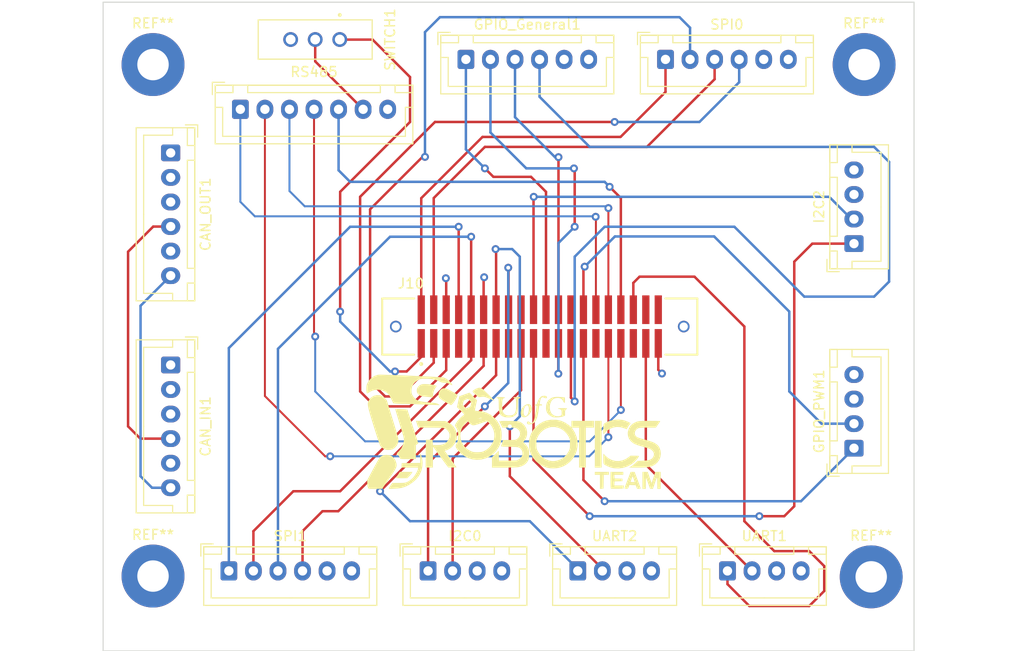
<source format=kicad_pcb>
(kicad_pcb (version 20211014) (generator pcbnew)
  (layers (0 "F.Cu" signal) (1 "In1.Cu" signal "GND.Cu") (2 "In2.Cu" signal "PWR.Cu") (31 "B.Cu" signal) (34 "B.Paste" user) (35 "F.Paste" user) (36 "B.SilkS" user "B.Silkscreen") (37 "F.SilkS" user "F.Silkscreen") (38 "B.Mask" user) (39 "F.Mask" user) (44 "Edge.Cuts" user))
  (net 0 "")
  (net 1 "SPI0_MOSI")
  (net 2 "SPI0_MISO")
  (net 3 "SPI0_SCK")
  (net 4 "SPI0_CS0#")
  (net 5 "+3.3V")
  (net 6 "GND")
  (net 7 "UART1_TX")
  (net 8 "UART1_RX")
  (net 9 "I2C0_SCL")
  (net 10 "I2C0_SDA")
  (net 11 "GPIO09")
  (net 12 "GPIO10")
  (net 13 "GPIO11")
  (net 14 "GPIO12")
  (net 15 "SPI1_MOSI")
  (net 16 "SPI1_MISO")
  (net 17 "SPI1_SCK")
  (net 18 "SPI1_CS0#")
  (net 19 "UART2_TX")
  (net 20 "UART2_RX")
  (net 21 "I2C2_SCL")
  (net 22 "I2C2_SDA")
  (net 23 "GPIO13")
  (net 24 "GPIO14")
  (net 25 "RXD+")
  (net 26 "RXD-")
  (net 27 "TXD+")
  (net 28 "TXD-")
  (net 29 "RTS")
  (net 30 "Net-(RS485-Pad6)")
  (net 31 "+5V")
  (net 32 "CANH")
  (net 33 "CANL")
  (footprint "Connector_JST:JST_XH_B6B-XH-A_1x06_P2.50mm_Vertical" (layer "F.Cu") (at 112.285 78.84 -90)
    (fp_text reference "CAN_OUT1" (at 6.25 -3.55 90) (layer "F.SilkS"))
    (fp_text value "Conn_02x03_Odd_Even")
    (pad "1" thru_hole roundrect (at 0 0 270) (size 1.7 1.95) (drill 0.95) (layers *.Cu *.Mask) (roundrect_rratio 0.1470588235) (net 6 "GND"))
    (pad "2" thru_hole oval (at 2.5 0 270) (size 1.7 1.95) (drill 0.95) (layers *.Cu *.Mask) (net 31 "+5V"))
    (pad "3" thru_hole oval (at 5 0 270) (size 1.7 1.95) (drill 0.95) (layers *.Cu *.Mask) (net 6 "GND"))
    (pad "4" thru_hole oval (at 7.5 0 270) (size 1.7 1.95) (drill 0.95) (layers *.Cu *.Mask) (net 32 "CANH"))
    (pad "5" thru_hole oval (at 10 0 270) (size 1.7 1.95) (drill 0.95) (layers *.Cu *.Mask) (net 6 "GND"))
    (pad "6" thru_hole oval (at 12.5 0 270) (size 1.7 1.95) (drill 0.95) (layers *.Cu *.Mask) (net 33 "CANL"))
  )
  (footprint "MountingHole:MountingHole_3.2mm_M3_Pad_TopBottom" (layer "F.Cu") (at 183.6 122)
    (fp_text reference "REF**" (at 0 -4.2) (layer "F.SilkS"))
    (fp_text value "MountingHole_3.2mm_M3_Pad_TopBottom")
    (pad "1" connect circle (at 0 0) (size 6.4 6.4) (layers "B.Cu" "B.Mask"))
    (pad "1" thru_hole circle (at 0 0) (size 3.6 3.6) (drill 3.2) (layers *.Cu *.Mask))
    (pad "1" connect circle (at 0 0) (size 6.4 6.4) (layers "F.Cu" "F.Mask"))
  )
  (footprint "Connector_JST:JST_XH_B4B-XH-A_1x04_P2.50mm_Vertical" (layer "F.Cu") (at 181.847 88.078 90)
    (fp_text reference "I2C2" (at 3.75 -3.55 90) (layer "F.SilkS"))
    (fp_text value "Conn_02x02_Odd_Even")
    (pad "1" thru_hole roundrect (at 0 0 90) (size 1.7 1.95) (drill 0.95) (layers *.Cu *.Mask) (roundrect_rratio 0.1470588235) (net 21 "I2C2_SCL"))
    (pad "2" thru_hole oval (at 2.5 0 90) (size 1.7 1.95) (drill 0.95) (layers *.Cu *.Mask) (net 22 "I2C2_SDA"))
    (pad "3" thru_hole oval (at 5 0 90) (size 1.7 1.95) (drill 0.95) (layers *.Cu *.Mask) (net 5 "+3.3V"))
    (pad "4" thru_hole oval (at 7.5 0 90) (size 1.7 1.95) (drill 0.95) (layers *.Cu *.Mask) (net 6 "GND"))
  )
  (footprint "Connector_JST:JST_XH_B7B-XH-A_1x07_P2.50mm_Vertical" (layer "F.Cu") (at 119.38 74.405)
    (fp_text reference "RS485" (at 7.5 -3.805) (layer "F.SilkS"))
    (fp_text value "Conn_01x06_Odd_Even")
    (pad "1" thru_hole roundrect (at 0 0) (size 1.7 1.95) (drill 0.95) (layers *.Cu *.Mask) (roundrect_rratio 0.1470588235) (net 25 "RXD+"))
    (pad "2" thru_hole oval (at 2.5 0) (size 1.7 1.95) (drill 0.95) (layers *.Cu *.Mask) (net 26 "RXD-"))
    (pad "3" thru_hole oval (at 5 0) (size 1.7 1.95) (drill 0.95) (layers *.Cu *.Mask) (net 27 "TXD+"))
    (pad "4" thru_hole oval (at 7.5 0) (size 1.7 1.95) (drill 0.95) (layers *.Cu *.Mask) (net 28 "TXD-"))
    (pad "5" thru_hole oval (at 10 0) (size 1.7 1.95) (drill 0.95) (layers *.Cu *.Mask) (net 29 "RTS"))
    (pad "6" thru_hole oval (at 12.5 0) (size 1.7 1.95) (drill 0.95) (layers *.Cu *.Mask) (net 30 "Net-(RS485-Pad6)"))
    (pad "7" thru_hole oval (at 15 0) (size 1.7 1.95) (drill 0.95) (layers *.Cu *.Mask) (net 6 "GND"))
  )
  (footprint "MountingHole:MountingHole_3.2mm_M3_Pad_TopBottom" (layer "F.Cu") (at 110.49 121.92)
    (fp_text reference "REF**" (at 0 -4.2) (layer "F.SilkS"))
    (fp_text value "MountingHole_3.2mm_M3_Pad_TopBottom")
    (pad "1" connect circle (at 0 0) (size 6.4 6.4) (layers "B.Cu" "B.Mask"))
    (pad "1" thru_hole circle (at 0 0) (size 3.6 3.6) (drill 3.2) (layers *.Cu *.Mask))
    (pad "1" connect circle (at 0 0) (size 6.4 6.4) (layers "F.Cu" "F.Mask"))
  )
  (footprint "Connector_JST:JST_XH_B4B-XH-A_1x04_P2.50mm_Vertical" (layer "F.Cu") (at 168.97 121.395)
    (fp_text reference "UART1" (at 3.75 -3.55) (layer "F.SilkS"))
    (fp_text value "Conn_02x02_Odd_Even")
    (pad "1" thru_hole roundrect (at 0 0) (size 1.7 1.95) (drill 0.95) (layers *.Cu *.Mask) (roundrect_rratio 0.1470588235) (net 7 "UART1_TX"))
    (pad "2" thru_hole oval (at 2.5 0) (size 1.7 1.95) (drill 0.95) (layers *.Cu *.Mask) (net 8 "UART1_RX"))
    (pad "3" thru_hole oval (at 5 0) (size 1.7 1.95) (drill 0.95) (layers *.Cu *.Mask) (net 5 "+3.3V"))
    (pad "4" thru_hole oval (at 7.5 0) (size 1.7 1.95) (drill 0.95) (layers *.Cu *.Mask) (net 6 "GND"))
  )
  (footprint "Connector_JST:JST_XH_B4B-XH-A_1x04_P2.50mm_Vertical" (layer "F.Cu") (at 181.847 108.906 90)
    (fp_text reference "GPIO_PWM1" (at 3.75 -3.55 90) (layer "F.SilkS"))
    (fp_text value "Conn_02x02_Odd_Even")
    (pad "1" thru_hole roundrect (at 0 0 90) (size 1.7 1.95) (drill 0.95) (layers *.Cu *.Mask) (roundrect_rratio 0.1470588235) (net 23 "GPIO13"))
    (pad "2" thru_hole oval (at 2.5 0 90) (size 1.7 1.95) (drill 0.95) (layers *.Cu *.Mask) (net 24 "GPIO14"))
    (pad "3" thru_hole oval (at 5 0 90) (size 1.7 1.95) (drill 0.95) (layers *.Cu *.Mask) (net 5 "+3.3V"))
    (pad "4" thru_hole oval (at 7.5 0 90) (size 1.7 1.95) (drill 0.95) (layers *.Cu *.Mask) (net 6 "GND"))
  )
  (footprint "MountingHole:MountingHole_3.2mm_M3_Pad_TopBottom" (layer "F.Cu") (at 182.88 69.85)
    (fp_text reference "REF**" (at 0 -4.2) (layer "F.SilkS"))
    (fp_text value "MountingHole_3.2mm_M3_Pad_TopBottom")
    (pad "1" connect circle (at 0 0) (size 6.4 6.4) (layers "B.Cu" "B.Mask"))
    (pad "1" thru_hole circle (at 0 0) (size 3.6 3.6) (drill 3.2) (layers *.Cu *.Mask))
    (pad "1" connect circle (at 0 0) (size 6.4 6.4) (layers "F.Cu" "F.Mask"))
  )
  (footprint "Connector_JST:JST_XH_B6B-XH-A_1x06_P2.50mm_Vertical" (layer "F.Cu") (at 118.21 121.395)
    (fp_text reference "SPI1" (at 6.25 -3.55) (layer "F.SilkS"))
    (fp_text value "Conn_02x03_Odd_Even")
    (pad "1" thru_hole roundrect (at 0 0) (size 1.7 1.95) (drill 0.95) (layers *.Cu *.Mask) (roundrect_rratio 0.1470588235) (net 15 "SPI1_MOSI"))
    (pad "2" thru_hole oval (at 2.5 0) (size 1.7 1.95) (drill 0.95) (layers *.Cu *.Mask) (net 16 "SPI1_MISO"))
    (pad "3" thru_hole oval (at 5 0) (size 1.7 1.95) (drill 0.95) (layers *.Cu *.Mask) (net 17 "SPI1_SCK"))
    (pad "4" thru_hole oval (at 7.5 0) (size 1.7 1.95) (drill 0.95) (layers *.Cu *.Mask) (net 18 "SPI1_CS0#"))
    (pad "5" thru_hole oval (at 10 0) (size 1.7 1.95) (drill 0.95) (layers *.Cu *.Mask) (net 5 "+3.3V"))
    (pad "6" thru_hole oval (at 12.5 0) (size 1.7 1.95) (drill 0.95) (layers *.Cu *.Mask) (net 6 "GND"))
  )
  (footprint "kicad-logo:uofgroboticslogo" (layer "F.Cu") (at 147.2 107.2)
    (fp_text reference "G***" hide)
    (fp_text value "LOGO" hide)
  )
  (footprint "EG1218:SW_EG1218" (layer "F.Cu") (at 127 67.3 180)
    (fp_text reference "SWITCH1" (at -7.62 0 270) (layer "F.SilkS"))
    (fp_text value "EG1218")
    (pad "1" thru_hole circle locked (at -2.5 0 180) (size 1.508 1.508) (drill 1) (layers *.Cu *.Mask) (net 31 "+5V"))
    (pad "2" thru_hole circle locked (at 0 0 180) (size 1.508 1.508) (drill 1) (layers *.Cu *.Mask) (net 30 "Net-(RS485-Pad6)"))
    (pad "3" thru_hole circle locked (at 2.5 0 180) (size 1.508 1.508) (drill 1) (layers *.Cu *.Mask) (net 5 "+3.3V"))
  )
  (footprint "Connector_JST:JST_XH_B6B-XH-A_1x06_P2.50mm_Vertical" (layer "F.Cu") (at 142.34 69.325)
    (fp_text reference "GPIO_General1" (at 6.25 -3.55) (layer "F.SilkS"))
    (fp_text value "Conn_02x03_Odd_Even")
    (pad "1" thru_hole roundrect (at 0 0) (size 1.7 1.95) (drill 0.95) (layers *.Cu *.Mask) (roundrect_rratio 0.1470588235) (net 11 "GPIO09"))
    (pad "2" thru_hole oval (at 2.5 0) (size 1.7 1.95) (drill 0.95) (layers *.Cu *.Mask) (net 12 "GPIO10"))
    (pad "3" thru_hole oval (at 5 0) (size 1.7 1.95) (drill 0.95) (layers *.Cu *.Mask) (net 13 "GPIO11"))
    (pad "4" thru_hole oval (at 7.5 0) (size 1.7 1.95) (drill 0.95) (layers *.Cu *.Mask) (net 14 "GPIO12"))
    (pad "5" thru_hole oval (at 10 0) (size 1.7 1.95) (drill 0.95) (layers *.Cu *.Mask) (net 5 "+3.3V"))
    (pad "6" thru_hole oval (at 12.5 0) (size 1.7 1.95) (drill 0.95) (layers *.Cu *.Mask) (net 6 "GND"))
  )
  (footprint "Connector_JST:JST_XH_B6B-XH-A_1x06_P2.50mm_Vertical" (layer "F.Cu") (at 162.66 69.325)
    (fp_text reference "SPI0" (at 6.25 -3.55) (layer "F.SilkS"))
    (fp_text value "Conn_02x03_Odd_Even")
    (pad "1" thru_hole roundrect (at 0 0) (size 1.7 1.95) (drill 0.95) (layers *.Cu *.Mask) (roundrect_rratio 0.1470588235) (net 1 "SPI0_MOSI"))
    (pad "2" thru_hole oval (at 2.5 0) (size 1.7 1.95) (drill 0.95) (layers *.Cu *.Mask) (net 2 "SPI0_MISO"))
    (pad "3" thru_hole oval (at 5 0) (size 1.7 1.95) (drill 0.95) (layers *.Cu *.Mask) (net 3 "SPI0_SCK"))
    (pad "4" thru_hole oval (at 7.5 0) (size 1.7 1.95) (drill 0.95) (layers *.Cu *.Mask) (net 4 "SPI0_CS0#"))
    (pad "5" thru_hole oval (at 10 0) (size 1.7 1.95) (drill 0.95) (layers *.Cu *.Mask) (net 5 "+3.3V"))
    (pad "6" thru_hole oval (at 12.5 0) (size 1.7 1.95) (drill 0.95) (layers *.Cu *.Mask) (net 6 "GND"))
  )
  (footprint "MountingHole:MountingHole_3.2mm_M3_Pad_TopBottom" (layer "F.Cu") (at 110.49 69.85)
    (fp_text reference "REF**" (at 0 -4.2) (layer "F.SilkS"))
    (fp_text value "MountingHole_3.2mm_M3_Pad_TopBottom")
    (pad "1" connect circle (at 0 0) (size 6.4 6.4) (layers "B.Cu" "B.Mask"))
    (pad "1" thru_hole circle (at 0 0) (size 3.6 3.6) (drill 3.2) (layers *.Cu *.Mask))
    (pad "1" connect circle (at 0 0) (size 6.4 6.4) (layers "F.Cu" "F.Mask"))
  )
  (footprint "Connector_JST:JST_XH_B6B-XH-A_1x06_P2.50mm_Vertical" (layer "F.Cu") (at 112.285 100.43 -90)
    (fp_text reference "CAN_IN1" (at 6.25 -3.55 90) (layer "F.SilkS"))
    (fp_text value "Conn_02x03_Odd_Even")
    (pad "1" thru_hole roundrect (at 0 0 270) (size 1.7 1.95) (drill 0.95) (layers *.Cu *.Mask) (roundrect_rratio 0.1470588235) (net 6 "GND"))
    (pad "2" thru_hole oval (at 2.5 0 270) (size 1.7 1.95) (drill 0.95) (layers *.Cu *.Mask) (net 31 "+5V"))
    (pad "3" thru_hole oval (at 5 0 270) (size 1.7 1.95) (drill 0.95) (layers *.Cu *.Mask) (net 6 "GND"))
    (pad "4" thru_hole oval (at 7.5 0 270) (size 1.7 1.95) (drill 0.95) (layers *.Cu *.Mask) (net 32 "CANH"))
    (pad "5" thru_hole oval (at 10 0 270) (size 1.7 1.95) (drill 0.95) (layers *.Cu *.Mask) (net 6 "GND"))
    (pad "6" thru_hole oval (at 12.5 0 270) (size 1.7 1.95) (drill 0.95) (layers *.Cu *.Mask) (net 33 "CANL"))
  )
  (footprint "Connector_JST:JST_XH_B4B-XH-A_1x04_P2.50mm_Vertical" (layer "F.Cu") (at 138.49 121.395)
    (fp_text reference "I2C0" (at 3.75 -3.55) (layer "F.SilkS"))
    (fp_text value "Conn_02x02_Odd_Even")
    (pad "1" thru_hole roundrect (at 0 0) (size 1.7 1.95) (drill 0.95) (layers *.Cu *.Mask) (roundrect_rratio 0.1470588235) (net 9 "I2C0_SCL"))
    (pad "2" thru_hole oval (at 2.5 0) (size 1.7 1.95) (drill 0.95) (layers *.Cu *.Mask) (net 10 "I2C0_SDA"))
    (pad "3" thru_hole oval (at 5 0) (size 1.7 1.95) (drill 0.95) (layers *.Cu *.Mask) (net 5 "+3.3V"))
    (pad "4" thru_hole oval (at 7.5 0) (size 1.7 1.95) (drill 0.95) (layers *.Cu *.Mask) (net 6 "GND"))
  )
  (footprint "Connector_JST:JST_XH_B4B-XH-A_1x04_P2.50mm_Vertical" (layer "F.Cu") (at 153.73 121.395)
    (fp_text reference "UART2" (at 3.75 -3.55) (layer "F.SilkS"))
    (fp_text value "Conn_02x02_Odd_Even")
    (pad "1" thru_hole roundrect (at 0 0) (size 1.7 1.95) (drill 0.95) (layers *.Cu *.Mask) (roundrect_rratio 0.1470588235) (net 19 "UART2_TX"))
    (pad "2" thru_hole oval (at 2.5 0) (size 1.7 1.95) (drill 0.95) (layers *.Cu *.Mask) (net 20 "UART2_RX"))
    (pad "3" thru_hole oval (at 5 0) (size 1.7 1.95) (drill 0.95) (layers *.Cu *.Mask) (net 5 "+3.3V"))
    (pad "4" thru_hole oval (at 7.5 0) (size 1.7 1.95) (drill 0.95) (layers *.Cu *.Mask) (net 6 "GND"))
  )
  (footprint "TFM-120-02-L-D-WT-K-TR:SAMTEC_TFM-120-02-L-D-WT-K-TR" (layer "F.Cu") (at 149.86 96.52)
    (fp_text reference "J10" (at -13.115 -4.385) (layer "F.SilkS"))
    (fp_text value "TFM-120-02-L-D-WT-K-TR")
    (pad "01" smd rect locked (at -12.065 1.715) (size 0.74 2.92) (layers "F.Cu" "F.Paste" "F.Mask") (net 31 "+5V"))
    (pad "02" smd rect locked (at -12.065 -1.715) (size 0.74 2.92) (layers "F.Cu" "F.Paste" "F.Mask") (net 1 "SPI0_MOSI"))
    (pad "03" smd rect locked (at -10.795 1.715) (size 0.74 2.92) (layers "F.Cu" "F.Paste" "F.Mask") (net 2 "SPI0_MISO"))
    (pad "04" smd rect locked (at -10.795 -1.715) (size 0.74 2.92) (layers "F.Cu" "F.Paste" "F.Mask") (net 3 "SPI0_SCK"))
    (pad "05" smd rect locked (at -9.525 1.715) (size 0.74 2.92) (layers "F.Cu" "F.Paste" "F.Mask") (net 4 "SPI0_CS0#"))
    (pad "06" smd rect locked (at -9.525 -1.715) (size 0.74 2.92) (layers "F.Cu" "F.Paste" "F.Mask") (net 5 "+3.3V"))
    (pad "07" smd rect locked (at -8.255 1.715) (size 0.74 2.92) (layers "F.Cu" "F.Paste" "F.Mask") (net 6 "GND"))
    (pad "08" smd rect locked (at -8.255 -1.715) (size 0.74 2.92) (layers "F.Cu" "F.Paste" "F.Mask") (net 15 "SPI1_MOSI"))
    (pad "09" smd rect locked (at -6.985 1.715) (size 0.74 2.92) (layers "F.Cu" "F.Paste" "F.Mask") (net 16 "SPI1_MISO"))
    (pad "10" smd rect locked (at -6.985 -1.715) (size 0.74 2.92) (layers "F.Cu" "F.Paste" "F.Mask") (net 17 "SPI1_SCK"))
    (pad "11" smd rect locked (at -5.715 1.715) (size 0.74 2.92) (layers "F.Cu" "F.Paste" "F.Mask") (net 18 "SPI1_CS0#"))
    (pad "12" smd rect locked (at -5.715 -1.715) (size 0.74 2.92) (layers "F.Cu" "F.Paste" "F.Mask") (net 6 "GND"))
    (pad "13" smd rect locked (at -4.445 1.715) (size 0.74 2.92) (layers "F.Cu" "F.Paste" "F.Mask") (net 19 "UART2_TX"))
    (pad "14" smd rect locked (at -4.445 -1.715) (size 0.74 2.92) (layers "F.Cu" "F.Paste" "F.Mask") (net 20 "UART2_RX"))
    (pad "15" smd rect locked (at -3.175 1.715) (size 0.74 2.92) (layers "F.Cu" "F.Paste" "F.Mask") (net 6 "GND"))
    (pad "16" smd rect locked (at -3.175 -1.715) (size 0.74 2.92) (layers "F.Cu" "F.Paste" "F.Mask") (net 9 "I2C0_SCL"))
    (pad "17" smd rect locked (at -1.905 1.715) (size 0.74 2.92) (layers "F.Cu" "F.Paste" "F.Mask") (net 10 "I2C0_SDA"))
    (pad "18" smd rect locked (at -1.905 -1.715) (size 0.74 2.92) (layers "F.Cu" "F.Paste" "F.Mask") (net 6 "GND"))
    (pad "19" smd rect locked (at -0.635 1.715) (size 0.74 2.92) (layers "F.Cu" "F.Paste" "F.Mask") (net 21 "I2C2_SCL"))
    (pad "20" smd rect locked (at -0.635 -1.715) (size 0.74 2.92) (layers "F.Cu" "F.Paste" "F.Mask") (net 22 "I2C2_SDA"))
    (pad "21" smd rect locked (at 0.635 1.715) (size 0.74 2.92) (layers "F.Cu" "F.Paste" "F.Mask") (net 6 "GND"))
    (pad "22" smd rect locked (at 0.635 -1.715) (size 0.74 2.92) (layers "F.Cu" "F.Paste" "F.Mask") (net 11 "GPIO09"))
    (pad "23" smd rect locked (at 1.905 1.715) (size 0.74 2.92) (layers "F.Cu" "F.Paste" "F.Mask") (net 12 "GPIO10"))
    (pad "24" smd rect locked (at 1.905 -1.715) (size 0.74 2.92) (layers "F.Cu" "F.Paste" "F.Mask") (net 13 "GPIO11"))
    (pad "25" smd rect locked (at 3.175 1.715) (size 0.74 2.92) (layers "F.Cu" "F.Paste" "F.Mask") (net 14 "GPIO12"))
    (pad "26" smd rect locked (at 3.175 -1.715) (size 0.74 2.92) (layers "F.Cu" "F.Paste" "F.Mask") (net 6 "GND"))
    (pad "27" smd rect locked (at 4.445 1.715) (size 0.74 2.92) (layers "F.Cu" "F.Paste" "F.Mask") (net 23 "GPIO13"))
    (pad "28" smd rect locked (at 4.445 -1.715) (size 0.74 2.92) (layers "F.Cu" "F.Paste" "F.Mask") (net 24 "GPIO14"))
    (pad "29" smd rect locked (at 5.715 1.715) (size 0.74 2.92) (layers "F.Cu" "F.Paste" "F.Mask") (net 6 "GND"))
    (pad "30" smd rect locked (at 5.715 -1.715) (size 0.74 2.92) (layers "F.Cu" "F.Paste" "F.Mask") (net 25 "RXD+"))
    (pad "31" smd rect locked (at 6.985 1.715) (size 0.74 2.92) (layers "F.Cu" "F.Paste" "F.Mask") (net 26 "RXD-"))
    (pad "32" smd rect locked (at 6.985 -1.715) (size 0.74 2.92) (layers "F.Cu" "F.Paste" "F.Mask") (net 27 "TXD+"))
    (pad "33" smd rect locked (at 8.255 1.715) (size 0.74 2.92) (layers "F.Cu" "F.Paste" "F.Mask") (net 28 "TXD-"))
    (pad "34" smd rect locked (at 8.255 -1.715) (size 0.74 2.92) (layers "F.Cu" "F.Paste" "F.Mask") (net 29 "RTS"))
    (pad "35" smd rect locked (at 9.525 1.715) (size 0.74 2.92) (layers "F.Cu" "F.Paste" "F.Mask") (net 31 "+5V"))
    (pad "36" smd rect locked (at 9.525 -1.715) (size 0.74 2.92) (layers "F.Cu" "F.Paste" "F.Mask") (net 7 "UART1_TX"))
    (pad "37" smd rect locked (at 10.795 1.715) (size 0.74 2.92) (layers "F.Cu" "F.Paste" "F.Mask") (net 8 "UART1_RX"))
    (pad "38" smd rect locked (at 10.795 -1.715) (size 0.74 2.92) (layers "F.Cu" "F.Paste" "F.Mask") (net 5 "+3.3V"))
    (pad "39" smd rect locked (at 12.065 1.715) (size 0.74 2.92) (layers "F.Cu" "F.Paste" "F.Mask") (net 6 "GND"))
    (pad "40" smd rect locked (at 12.065 -1.715) (size 0.74 2.92) (layers "F.Cu" "F.Paste" "F.Mask") (net 6 "GND"))
    (pad "S1" thru_hole circle locked (at 14.655 0) (size 1.19 1.19) (drill 0.84) (layers *.Cu *.Mask))
    (pad "S2" thru_hole circle locked (at -14.655 0) (size 1.19 1.19) (drill 0.84) (layers *.Cu *.Mask))
  )
  (gr_line (start 105.41 129.54) (end 105.41 63.5) (layer "Edge.Cuts") (width 0.1))
  (gr_line (start 105.41 129.54) (end 187.96 129.54) (layer "Edge.Cuts") (width 0.1))
  (gr_line (start 187.96 63.5) (end 105.41 63.5) (layer "Edge.Cuts") (width 0.1))
  (gr_line (start 187.96 129.54) (end 187.96 63.5) (layer "Edge.Cuts") (width 0.1))
  (segment (start 144.03 77.216) (end 158.084 77.216) (width 0.25) (layer "F.Cu") (net 1))
  (segment (start 137.795 83.451) (end 144.03 77.216) (width 0.25) (layer "F.Cu") (net 1))
  (segment (start 137.795 94.805) (end 137.795 83.451) (width 0.25) (layer "F.Cu") (net 1))
  (segment (start 162.66 72.64) (end 162.66 69.325) (width 0.25) (layer "F.Cu") (net 1))
  (segment (start 158.084 77.216) (end 162.66 72.64) (width 0.25) (layer "F.Cu") (net 1))
  (segment (start 132.588 102.108) (end 132.588 84.582) (width 0.25) (layer "F.Cu") (net 2))
  (segment (start 134.112 103.632) (end 132.588 102.108) (width 0.25) (layer "F.Cu") (net 2))
  (segment (start 135.636 103.632) (end 134.112 103.632) (width 0.25) (layer "F.Cu") (net 2))
  (segment (start 139.065 98.235) (end 139.065 100.203) (width 0.25) (layer "F.Cu") (net 2))
  (segment (start 138.176 78.994) (end 138.176 79.248) (width 0.25) (layer "F.Cu") (net 2))
  (segment (start 132.588 84.582) (end 138.176 78.994) (width 0.25) (layer "F.Cu") (net 2))
  (segment (start 139.065 100.203) (end 135.636 103.632) (width 0.25) (layer "F.Cu") (net 2))
  (via (at 138.176 79.248) (size 0.8) (drill 0.4) (layers "F.Cu" "B.Cu") (net 2))
  (segment (start 165.16 66.1) (end 165.16 69.325) (width 0.25) (layer "B.Cu") (net 2))
  (segment (start 138.176 79.248) (end 138.176 66.548) (width 0.25) (layer "B.Cu") (net 2))
  (segment (start 138.176 66.548) (end 139.7 65.024) (width 0.25) (layer "B.Cu") (net 2))
  (segment (start 164.084 65.024) (end 165.16 66.1) (width 0.25) (layer "B.Cu") (net 2))
  (segment (start 139.7 65.024) (end 164.084 65.024) (width 0.25) (layer "B.Cu") (net 2))
  (segment (start 160.768 78.232) (end 167.66 71.34) (width 0.25) (layer "F.Cu") (net 3))
  (segment (start 139.065 94.805) (end 139.065 83.439) (width 0.25) (layer "F.Cu") (net 3))
  (segment (start 144.272 78.232) (end 160.768 78.232) (width 0.25) (layer "F.Cu") (net 3))
  (segment (start 167.66 71.34) (end 167.66 69.325) (width 0.25) (layer "F.Cu") (net 3))
  (segment (start 139.065 83.439) (end 144.272 78.232) (width 0.25) (layer "F.Cu") (net 3))
  (segment (start 131.572 83.312) (end 139.192 75.692) (width 0.25) (layer "F.Cu") (net 4))
  (segment (start 131.572 103.124) (end 131.572 83.312) (width 0.25) (layer "F.Cu") (net 4))
  (segment (start 136.652 104.648) (end 133.096 104.648) (width 0.25) (layer "F.Cu") (net 4))
  (segment (start 140.335 100.965) (end 136.652 104.648) (width 0.25) (layer "F.Cu") (net 4))
  (segment (start 139.192 75.692) (end 157.48 75.692) (width 0.25) (layer "F.Cu") (net 4))
  (segment (start 140.335 98.235) (end 140.335 100.965) (width 0.25) (layer "F.Cu") (net 4))
  (segment (start 133.096 104.648) (end 131.572 103.124) (width 0.25) (layer "F.Cu") (net 4))
  (via (at 157.48 75.692) (size 0.8) (drill 0.4) (layers "F.Cu" "B.Cu") (net 4))
  (segment (start 170.16 71.648) (end 170.16 69.325) (width 0.25) (layer "B.Cu") (net 4))
  (segment (start 157.48 75.692) (end 166.116 75.692) (width 0.25) (layer "B.Cu") (net 4))
  (segment (start 166.116 75.692) (end 170.16 71.648) (width 0.25) (layer "B.Cu") (net 4))
  (segment (start 140.335 91.635) (end 140.3 91.6) (width 0.25) (layer "F.Cu") (net 5))
  (segment (start 140.335 94.805) (end 140.335 91.635) (width 0.25) (layer "F.Cu") (net 5))
  (via (at 140.3 91.6) (size 0.8) (drill 0.4) (layers "F.Cu" "B.Cu") (net 5))
  (segment (start 144.145 94.805) (end 144.145 91.555) (width 0.25) (layer "F.Cu") (net 6))
  (segment (start 144.145 91.555) (end 144.2 91.5) (width 0.25) (layer "F.Cu") (net 6))
  (segment (start 161.925 98.235) (end 161.925 100.925) (width 0.25) (layer "F.Cu") (net 6))
  (segment (start 161.925 100.925) (end 162.3 101.3) (width 0.25) (layer "F.Cu") (net 6))
  (via (at 162.3 101.3) (size 0.8) (drill 0.4) (layers "F.Cu" "B.Cu") (net 6))
  (via (at 144.2 91.5) (size 0.8) (drill 0.4) (layers "F.Cu" "B.Cu") (net 6))
  (segment (start 177.292 124.968) (end 171.196 124.968) (width 0.25) (layer "F.Cu") (net 7))
  (segment (start 160.02 91.44) (end 165.608 91.44) (width 0.25) (layer "F.Cu") (net 7))
  (segment (start 168.97 122.742) (end 168.97 121.395) (width 0.25) (layer "F.Cu") (net 7))
  (segment (start 159.385 92.075) (end 160.02 91.44) (width 0.25) (layer "F.Cu") (net 7))
  (segment (start 159.385 94.805) (end 159.385 92.075) (width 0.25) (layer "F.Cu") (net 7))
  (segment (start 171.196 124.968) (end 168.97 122.742) (width 0.25) (layer "F.Cu") (net 7))
  (segment (start 170.688 96.52) (end 170.688 116.332) (width 0.25) (layer "F.Cu") (net 7))
  (segment (start 177.292 119.38) (end 178.816 120.904) (width 0.25) (layer "F.Cu") (net 7))
  (segment (start 178.816 120.904) (end 178.816 123.444) (width 0.25) (layer "F.Cu") (net 7))
  (segment (start 170.688 116.332) (end 173.736 119.38) (width 0.25) (layer "F.Cu") (net 7))
  (segment (start 165.608 91.44) (end 170.688 96.52) (width 0.25) (layer "F.Cu") (net 7))
  (segment (start 173.736 119.38) (end 177.292 119.38) (width 0.25) (layer "F.Cu") (net 7))
  (segment (start 178.816 123.444) (end 177.292 124.968) (width 0.25) (layer "F.Cu") (net 7))
  (segment (start 160.655 98.235) (end 160.655 110.58) (width 0.25) (layer "F.Cu") (net 8))
  (segment (start 160.655 110.58) (end 171.47 121.395) (width 0.25) (layer "F.Cu") (net 8))
  (segment (start 138.49 121.395) (end 138.49 110.43) (width 0.25) (layer "F.Cu") (net 9))
  (segment (start 146.685 94.805) (end 146.685 90.562135) (width 0.25) (layer "F.Cu") (net 9))
  (segment (start 146.685 90.562135) (end 146.650978 90.528113) (width 0.25) (layer "F.Cu") (net 9))
  (segment (start 138.49 110.43) (end 144.272 104.648) (width 0.25) (layer "F.Cu") (net 9))
  (via (at 146.650978 90.528113) (size 0.8) (drill 0.4) (layers "F.Cu" "B.Cu") (net 9))
  (via (at 144.272 104.648) (size 0.8) (drill 0.4) (layers "F.Cu" "B.Cu") (net 9))
  (segment (start 146.650978 102.269022) (end 146.650978 90.528113) (width 0.25) (layer "B.Cu") (net 9))
  (segment (start 144.272 104.648) (end 146.650978 102.269022) (width 0.25) (layer "B.Cu") (net 9))
  (segment (start 140.99 109.962) (end 147.955 102.997) (width 0.25) (layer "F.Cu") (net 10))
  (segment (start 147.955 102.997) (end 147.955 98.235) (width 0.25) (layer "F.Cu") (net 10))
  (segment (start 140.99 121.395) (end 140.99 109.962) (width 0.25) (layer "F.Cu") (net 10))
  (segment (start 145.138638 81.28) (end 148.971 81.28) (width 0.25) (layer "F.Cu") (net 11))
  (segment (start 148.971 81.28) (end 150.495 82.804) (width 0.25) (layer "F.Cu") (net 11))
  (segment (start 144.272 80.413362) (end 145.138638 81.28) (width 0.25) (layer "F.Cu") (net 11))
  (segment (start 150.495 82.804) (end 150.495 94.805) (width 0.25) (layer "F.Cu") (net 11))
  (via (at 144.272 80.413362) (size 0.8) (drill 0.4) (layers "F.Cu" "B.Cu") (net 11))
  (segment (start 144.272 80.413362) (end 142.34 78.481362) (width 0.25) (layer "B.Cu") (net 11))
  (segment (start 142.34 78.481362) (end 142.34 69.325) (width 0.25) (layer "B.Cu") (net 11))
  (segment (start 153.416 86.36) (end 153.416 80.493403) (width 0.25) (layer "F.Cu") (net 12))
  (segment (start 151.748675 99.696677) (end 151.765 99.680352) (width 0.25) (layer "F.Cu") (net 12))
  (segment (start 151.748675 101.320126) (end 151.748675 99.696677) (width 0.25) (layer "F.Cu") (net 12))
  (segment (start 151.765 99.680352) (end 151.765 98.235) (width 0.25) (layer "F.Cu") (net 12))
  (segment (start 153.416 80.493403) (end 153.339532 80.416935) (width 0.25) (layer "F.Cu") (net 12))
  (via (at 151.748675 101.320126) (size 0.8) (drill 0.4) (layers "F.Cu" "B.Cu") (net 12))
  (via (at 153.416 86.36) (size 0.8) (drill 0.4) (layers "F.Cu" "B.Cu") (net 12))
  (via (at 153.339532 80.416935) (size 0.8) (drill 0.4) (layers "F.Cu" "B.Cu") (net 12))
  (segment (start 148.488935 80.416935) (end 153.339532 80.416935) (width 0.25) (layer "B.Cu") (net 12))
  (segment (start 151.765 88.011) (end 153.416 86.36) (width 0.25) (layer "B.Cu") (net 12))
  (segment (start 151.748675 101.320126) (end 151.765 101.303801) (width 0.25) (layer "B.Cu") (net 12))
  (segment (start 144.84 69.325) (end 144.84 76.768) (width 0.25) (layer "B.Cu") (net 12))
  (segment (start 151.765 101.303801) (end 151.765 88.011) (width 0.25) (layer "B.Cu") (net 12))
  (segment (start 144.84 76.768) (end 148.488935 80.416935) (width 0.25) (layer "B.Cu") (net 12))
  (segment (start 151.765 79.27485) (end 151.765 94.805) (width 0.25) (layer "F.Cu") (net 13))
  (segment (start 151.764989 79.274839) (end 151.765 79.27485) (width 0.25) (layer "F.Cu") (net 13))
  (via (at 151.764989 79.274839) (size 0.8) (drill 0.4) (layers "F.Cu" "B.Cu") (net 13))
  (segment (start 147.34 75.204) (end 147.34 69.325) (width 0.25) (layer "B.Cu") (net 13))
  (segment (start 151.764989 79.274839) (end 151.410839 79.274839) (width 0.25) (layer "B.Cu") (net 13))
  (segment (start 151.410839 79.274839) (end 147.34 75.204) (width 0.25) (layer "B.Cu") (net 13))
  (segment (start 153.035 103.759) (end 153.035 98.235) (width 0.25) (layer "F.Cu") (net 14))
  (segment (start 153.416 104.14) (end 153.035 103.759) (width 0.25) (layer "F.Cu") (net 14))
  (via (at 153.416 104.14) (size 0.8) (drill 0.4) (layers "F.Cu" "B.Cu") (net 14))
  (segment (start 183.896 78.232) (end 154.94 78.232) (width 0.25) (layer "B.Cu") (net 14))
  (segment (start 153.416 89.408) (end 156.464 86.36) (width 0.25) (layer "B.Cu") (net 14))
  (segment (start 176.784 93.472) (end 183.896 93.472) (width 0.25) (layer "B.Cu") (net 14))
  (segment (start 169.672 86.36) (end 176.784 93.472) (width 0.25) (layer "B.Cu") (net 14))
  (segment (start 153.416 104.14) (end 153.416 89.408) (width 0.25) (layer "B.Cu") (net 14))
  (segment (start 185.42 79.756) (end 183.896 78.232) (width 0.25) (layer "B.Cu") (net 14))
  (segment (start 154.94 78.232) (end 149.84 73.132) (width 0.25) (layer "B.Cu") (net 14))
  (segment (start 183.896 93.472) (end 185.42 91.948) (width 0.25) (layer "B.Cu") (net 14))
  (segment (start 185.42 91.948) (end 185.42 79.756) (width 0.25) (layer "B.Cu") (net 14))
  (segment (start 149.84 73.132) (end 149.84 69.325) (width 0.25) (layer "B.Cu") (net 14))
  (segment (start 156.464 86.36) (end 169.672 86.36) (width 0.25) (layer "B.Cu") (net 14))
  (segment (start 141.605 94.805) (end 141.605 86.36) (width 0.25) (layer "F.Cu") (net 15))
  (via (at 141.605 86.36) (size 0.8) (drill 0.4) (layers "F.Cu" "B.Cu") (net 15))
  (segment (start 141.605 86.36) (end 130.556 86.36) (width 0.25) (layer "B.Cu") (net 15))
  (segment (start 118.21 98.706) (end 118.21 121.395) (width 0.25) (layer "B.Cu") (net 15))
  (segment (start 130.556 86.36) (end 118.21 98.706) (width 0.25) (layer "B.Cu") (net 15))
  (segment (start 142.875 99.949) (end 142.875 98.235) (width 0.25) (layer "F.Cu") (net 16))
  (segment (start 129.54 113.284) (end 142.875 99.949) (width 0.25) (layer "F.Cu") (net 16))
  (segment (start 120.71 121.395) (end 120.71 117.348) (width 0.25) (layer "F.Cu") (net 16))
  (segment (start 120.71 117.348) (end 124.774 113.284) (width 0.25) (layer "F.Cu") (net 16))
  (segment (start 124.774 113.284) (end 129.54 113.284) (width 0.25) (layer "F.Cu") (net 16))
  (segment (start 142.875 94.805) (end 142.875 87.376) (width 0.25) (layer "F.Cu") (net 17))
  (via (at 142.875 87.376) (size 0.8) (drill 0.4) (layers "F.Cu" "B.Cu") (net 17))
  (segment (start 134.62 87.376) (end 123.21 98.786) (width 0.25) (layer "B.Cu") (net 17))
  (segment (start 142.875 87.376) (end 134.62 87.376) (width 0.25) (layer "B.Cu") (net 17))
  (segment (start 123.21 98.786) (end 123.21 121.395) (width 0.25) (layer "B.Cu") (net 17))
  (segment (start 127.742 115.316) (end 129.350198 115.316) (width 0.25) (layer "F.Cu") (net 18))
  (segment (start 125.71 117.348) (end 127.742 115.316) (width 0.25) (layer "F.Cu") (net 18))
  (segment (start 144.145 100.521198) (end 144.145 98.235) (width 0.25) (layer "F.Cu") (net 18))
  (segment (start 129.350198 115.316) (end 144.145 100.521198) (width 0.25) (layer "F.Cu") (net 18))
  (segment (start 125.71 121.395) (end 125.71 117.348) (width 0.25) (layer "F.Cu") (net 18))
  (segment (start 145.415 98.235) (end 145.415 101.473) (width 0.25) (layer "F.Cu") (net 19))
  (segment (start 145.415 101.473) (end 133.604 113.284) (width 0.25) (layer "F.Cu") (net 19))
  (via (at 133.604 113.284) (size 0.8) (drill 0.4) (layers "F.Cu" "B.Cu") (net 19))
  (segment (start 133.604 113.284) (end 136.652 116.332) (width 0.25) (layer "B.Cu") (net 19))
  (segment (start 148.844 116.332) (end 153.73 121.218) (width 0.25) (layer "B.Cu") (net 19))
  (segment (start 136.652 116.332) (end 148.844 116.332) (width 0.25) (layer "B.Cu") (net 19))
  (segment (start 153.73 121.218) (end 153.73 121.395) (width 0.25) (layer "B.Cu") (net 19))
  (segment (start 145.415 88.683133) (end 145.364467 88.6326) (width 0.25) (layer "F.Cu") (net 20))
  (segment (start 145.415 94.805) (end 145.415 88.683133) (width 0.25) (layer "F.Cu") (net 20))
  (segment (start 156.23 121.395) (end 156.23 121.178) (width 0.25) (layer "F.Cu") (net 20))
  (segment (start 156.23 121.178) (end 146.812 111.76) (width 0.25) (layer "F.Cu") (net 20))
  (segment (start 146.812 111.76) (end 146.812 106.68) (width 0.25) (layer "F.Cu") (net 20))
  (via (at 145.364467 88.6326) (size 0.8) (drill 0.4) (layers "F.Cu" "B.Cu") (net 20))
  (via (at 146.812 106.68) (size 0.8) (drill 0.4) (layers "F.Cu" "B.Cu") (net 20))
  (segment (start 147.0526 88.6326) (end 147.828 89.408) (width 0.25) (layer "B.Cu") (net 20))
  (segment (start 147.828 105.664) (end 146.812 106.68) (width 0.25) (layer "B.Cu") (net 20))
  (segment (start 145.364467 88.6326) (end 147.0526 88.6326) (width 0.25) (layer "B.Cu") (net 20))
  (segment (start 147.828 89.408) (end 147.828 105.664) (width 0.25) (layer "B.Cu") (net 20))
  (segment (start 177.606 88.078) (end 181.847 88.078) (width 0.25) (layer "F.Cu") (net 21))
  (segment (start 149.225 98.235) (end 149.225 110.109) (width 0.25) (layer "F.Cu") (net 21))
  (segment (start 174.752 115.824) (end 175.768 114.808) (width 0.25) (layer "F.Cu") (net 21))
  (segment (start 172.212 115.824) (end 174.752 115.824) (width 0.25) (layer "F.Cu") (net 21))
  (segment (start 175.768 114.808) (end 175.768 89.916) (width 0.25) (layer "F.Cu") (net 21))
  (segment (start 175.768 89.916) (end 177.606 88.078) (width 0.25) (layer "F.Cu") (net 21))
  (segment (start 149.225 110.109) (end 154.94 115.824) (width 0.25) (layer "F.Cu") (net 21))
  (via (at 154.94 115.824) (size 0.8) (drill 0.4) (layers "F.Cu" "B.Cu") (net 21))
  (via (at 172.212 115.824) (size 0.8) (drill 0.4) (layers "F.Cu" "B.Cu") (net 21))
  (segment (start 154.94 115.824) (end 172.212 115.824) (width 0.25) (layer "B.Cu") (net 21))
  (segment (start 149.225 83.333469) (end 149.225 94.805) (width 0.25) (layer "F.Cu") (net 22))
  (segment (start 149.246469 83.312) (end 149.225 83.333469) (width 0.25) (layer "F.Cu") (net 22))
  (via (at 149.246469 83.312) (size 0.8) (drill 0.4) (layers "F.Cu" "B.Cu") (net 22))
  (segment (start 181.59 85.578) (end 181.847 85.578) (width 0.25) (layer "B.Cu") (net 22))
  (segment (start 149.246469 83.312) (end 179.324 83.312) (width 0.25) (layer "B.Cu") (net 22))
  (segment (start 179.324 83.312) (end 181.59 85.578) (width 0.25) (layer "B.Cu") (net 22))
  (segment (start 154.305 98.235) (end 154.305 112.141) (width 0.25) (layer "F.Cu") (net 23))
  (segment (start 154.305 112.141) (end 156.464 114.3) (width 0.25) (layer "F.Cu") (net 23))
  (via (at 156.464 114.3) (size 0.8) (drill 0.4) (layers "F.Cu" "B.Cu") (net 23))
  (segment (start 156.464 114.3) (end 176.453 114.3) (width 0.25) (layer "B.Cu") (net 23))
  (segment (start 176.453 114.3) (end 181.847 108.906) (width 0.25) (layer "B.Cu") (net 23))
  (segment (start 154.432 90.424) (end 154.305 90.551) (width 0.25) (layer "F.Cu") (net 24))
  (segment (start 154.305 90.551) (end 154.305 94.805) (width 0.25) (layer "F.Cu") (net 24))
  (via (at 154.432 90.424) (size 0.8) (drill 0.4) (layers "F.Cu" "B.Cu") (net 24))
  (segment (start 167.612724 87.348724) (end 175.26 94.996) (width 0.25) (layer "B.Cu") (net 24))
  (segment (start 154.432 90.424) (end 157.507276 87.348724) (width 0.25) (layer "B.Cu") (net 24))
  (segment (start 175.26 94.996) (end 175.26 103.124) (width 0.25) (layer "B.Cu") (net 24))
  (segment (start 175.26 103.124) (end 178.542 106.406) (width 0.25) (layer "B.Cu") (net 24))
  (segment (start 157.507276 87.348724) (end 167.612724 87.348724) (width 0.25) (layer "B.Cu") (net 24))
  (segment (start 178.542 106.406) (end 181.847 106.406) (width 0.25) (layer "B.Cu") (net 24))
  (segment (start 155.549957 85.344) (end 155.575 85.369043) (width 0.2) (layer "F.Cu") (net 25))
  (segment (start 155.575 85.369043) (end 155.575 94.805) (width 0.2) (layer "F.Cu") (net 25))
  (via (at 155.549957 85.344) (size 0.8) (drill 0.4) (layers "F.Cu" "B.Cu") (net 25))
  (segment (start 155.502551 85.296594) (end 120.856594 85.296594) (width 0.2) (layer "B.Cu") (net 25))
  (segment (start 119.38 83.82) (end 119.38 74.405) (width 0.2) (layer "B.Cu") (net 25))
  (segment (start 155.549957 85.344) (end 155.502551 85.296594) (width 0.2) (layer "B.Cu") (net 25))
  (segment (start 120.856594 85.296594) (end 119.38 83.82) (width 0.2) (layer "B.Cu") (net 25))
  (segment (start 156.845 98.235) (end 156.845 107.780081) (width 0.2) (layer "F.Cu") (net 26))
  (segment (start 121.88 103.592) (end 128.016 109.728) (width 0.2) (layer "F.Cu") (net 26))
  (segment (start 121.88 74.405) (end 121.88 103.592) (width 0.2) (layer "F.Cu") (net 26))
  (segment (start 128.016 109.728) (end 128.524 109.728) (width 0.2) (layer "F.Cu") (net 26))
  (segment (start 156.845 107.780081) (end 156.840239 107.784842) (width 0.2) (layer "F.Cu") (net 26))
  (via (at 156.840239 107.784842) (size 0.8) (drill 0.4) (layers "F.Cu" "B.Cu") (net 26))
  (via (at 128.524 109.728) (size 0.8) (drill 0.4) (layers "F.Cu" "B.Cu") (net 26))
  (segment (start 154.897081 109.728) (end 128.524 109.728) (width 0.2) (layer "B.Cu") (net 26))
  (segment (start 156.840239 107.784842) (end 154.897081 109.728) (width 0.2) (layer "B.Cu") (net 26))
  (segment (start 156.845 84.460642) (end 156.845 94.805) (width 0.2) (layer "F.Cu") (net 27))
  (segment (start 156.844448 84.46009) (end 156.845 84.460642) (width 0.2) (layer "F.Cu") (net 27))
  (via (at 156.844448 84.46009) (size 0.8) (drill 0.4) (layers "F.Cu" "B.Cu") (net 27))
  (segment (start 124.38 82.724) (end 124.38 74.405) (width 0.2) (layer "B.Cu") (net 27))
  (segment (start 125.933021 84.277021) (end 124.38 82.724) (width 0.2) (layer "B.Cu") (net 27))
  (segment (start 156.661379 84.277021) (end 125.933021 84.277021) (width 0.2) (layer "B.Cu") (net 27))
  (segment (start 156.844448 84.46009) (end 156.661379 84.277021) (width 0.2) (layer "B.Cu") (net 27))
  (segment (start 158.114495 105.009459) (end 158.115 105.008954) (width 0.2) (layer "F.Cu") (net 28))
  (segment (start 127 97.536) (end 126.88 97.416) (width 0.2) (layer "F.Cu") (net 28))
  (segment (start 158.115 105.008954) (end 158.115 98.235) (width 0.2) (layer "F.Cu") (net 28))
  (segment (start 126.88 97.416) (end 126.88 74.405) (width 0.2) (layer "F.Cu") (net 28))
  (via (at 127 97.536) (size 0.8) (drill 0.4) (layers "F.Cu" "B.Cu") (net 28))
  (via (at 158.114495 105.009459) (size 0.8) (drill 0.4) (layers "F.Cu" "B.Cu") (net 28))
  (segment (start 158.114495 105.029505) (end 154.94 108.204) (width 0.2) (layer "B.Cu") (net 28))
  (segment (start 132.08 108.204) (end 127 103.124) (width 0.2) (layer "B.Cu") (net 28))
  (segment (start 158.114495 105.009459) (end 158.114495 105.029505) (width 0.2) (layer "B.Cu") (net 28))
  (segment (start 127 103.124) (end 127 97.536) (width 0.2) (layer "B.Cu") (net 28))
  (segment (start 154.94 108.204) (end 132.08 108.204) (width 0.2) (layer "B.Cu") (net 28))
  (segment (start 158.115 83.439) (end 158.115 94.805) (width 0.25) (layer "F.Cu") (net 29))
  (segment (start 156.972 82.296) (end 158.115 83.439) (width 0.25) (layer "F.Cu") (net 29))
  (via (at 156.972 82.296) (size 0.8) (drill 0.4) (layers "F.Cu" "B.Cu") (net 29))
  (segment (start 130.556 81.788) (end 129.38 80.612) (width 0.25) (layer "B.Cu") (net 29))
  (segment (start 156.464 81.788) (end 130.556 81.788) (width 0.25) (layer "B.Cu") (net 29))
  (segment (start 156.972 82.296) (end 156.464 81.788) (width 0.25) (layer "B.Cu") (net 29))
  (segment (start 129.38 80.612) (end 129.38 74.405) (width 0.25) (layer "B.Cu") (net 29))
  (segment (start 127 69.525) (end 131.88 74.405) (width 0.25) (layer "F.Cu") (net 30))
  (segment (start 127 67.31) (end 127 69.525) (width 0.25) (layer "F.Cu") (net 30))
  (segment (start 135.128 101.092) (end 136.308 101.092) (width 0.25) (layer "F.Cu") (net 31))
  (segment (start 137.795 99.605) (end 137.795 98.235) (width 0.25) (layer "F.Cu") (net 31))
  (segment (start 129.54 94.996) (end 129.54 82.804) (width 0.25) (layer "F.Cu") (net 31))
  (segment (start 136.652 71.12) (end 132.842 67.31) (width 0.25) (layer "F.Cu") (net 31))
  (segment (start 129.54 82.804) (end 136.652 75.692) (width 0.25) (layer "F.Cu") (net 31))
  (segment (start 132.842 67.31) (end 129.5 67.31) (width 0.25) (layer "F.Cu") (net 31))
  (segment (start 136.308 101.092) (end 137.795 99.605) (width 0.25) (layer "F.Cu") (net 31))
  (segment (start 136.652 75.692) (end 136.652 71.12) (width 0.25) (layer "F.Cu") (net 31))
  (via (at 135.128 101.092) (size 0.8) (drill 0.4) (layers "F.Cu" "B.Cu") (net 31))
  (via (at 129.54 94.996) (size 0.8) (drill 0.4) (layers "F.Cu" "B.Cu") (net 31))
  (segment (start 134.62 101.092) (end 129.54 96.012) (width 0.25) (layer "B.Cu") (net 31))
  (segment (start 135.128 101.092) (end 134.62 101.092) (width 0.25) (layer "B.Cu") (net 31))
  (segment (start 129.54 96.012) (end 129.54 94.996) (width 0.25) (layer "B.Cu") (net 31))
  (segment (start 109.22 107.95) (end 109.24 107.93) (width 0.25) (layer "F.Cu") (net 32))
  (segment (start 112.285 86.34) (end 110.51 86.34) (width 0.25) (layer "F.Cu") (net 32))
  (segment (start 110.51 86.34) (end 107.95 88.9) (width 0.25) (layer "F.Cu") (net 32))
  (segment (start 107.95 106.68) (end 109.22 107.95) (width 0.25) (layer "F.Cu") (net 32))
  (segment (start 109.24 107.93) (end 112.285 107.93) (width 0.25) (layer "F.Cu") (net 32))
  (segment (start 107.95 88.9) (end 107.95 106.68) (width 0.25) (layer "F.Cu") (net 32))
  (segment (start 112.285 112.93) (end 110.39 112.93) (width 0.25) (layer "B.Cu") (net 33))
  (segment (start 110.39 112.93) (end 109.22 111.76) (width 0.25) (layer "B.Cu") (net 33))
  (segment (start 109.22 94.405) (end 112.285 91.34) (width 0.25) (layer "B.Cu") (net 33))
  (segment (start 109.22 111.76) (end 109.22 94.405) (width 0.25) (layer "B.Cu") (net 33))
)
</source>
